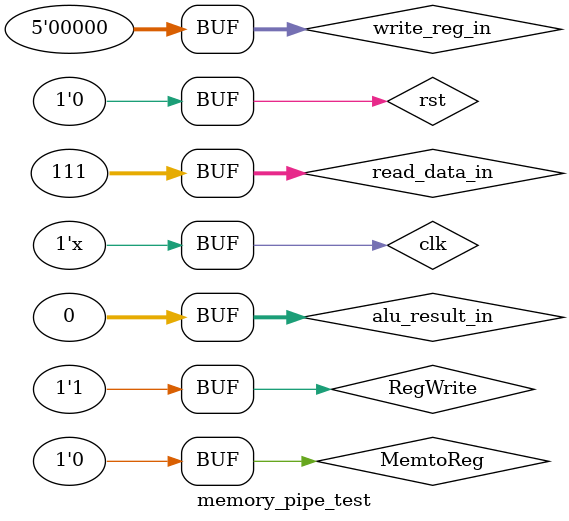
<source format=v>
`timescale 1ns / 1ps


module memory_pipe_test;

	// Inputs
	reg clk;
	reg rst;
	reg RegWrite;
	reg MemtoReg;
	reg [31:0] read_data_in;
	reg [31:0] alu_result_in;
	reg [4:0] write_reg_in;

	// Outputs
	wire RegWrite_out;
	wire MemtoReg_out;
	wire [31:0] read_data;
	wire [31:0] mem_alu_result;
	wire [4:0] mem_write_reg;

	// Instantiate the Unit Under Test (UUT)
	memory_pipe uut (
		.clk(clk), 
		.rst(rst), 
		.RegWrite(RegWrite), 
		.MemtoReg(MemtoReg), 
		.read_data_in(read_data_in), 
		.alu_result_in(alu_result_in), 
		.write_reg_in(write_reg_in), 
		.RegWrite_out(RegWrite_out), 
		.MemtoReg_out(MemtoReg_out), 
		.read_data(read_data), 
		.mem_alu_result(mem_alu_result), 
		.mem_write_reg(mem_write_reg)
	);

	initial begin
		// Initialize Inputs
		clk = 0;
		rst = 1;
		RegWrite = 0;
		MemtoReg = 0;
		read_data_in = 0;
		alu_result_in = 0;
		write_reg_in = 0;

		// Wait 100 ns for global reset to finish
		#100;
		rst = 0;
		
		#100;
		RegWrite = 1;
		read_data_in = 111;
		write_reg_in = 32;
		
        
		// Add stimulus here

	end
	
	always
	#50 clk = ~clk;
      
endmodule


</source>
